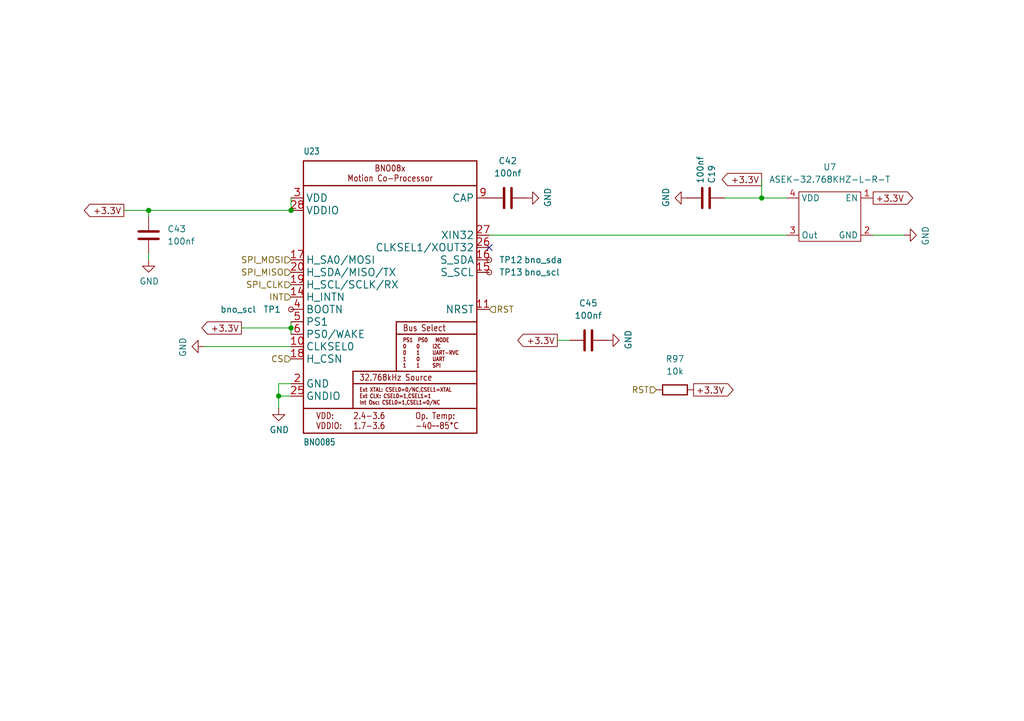
<source format=kicad_sch>
(kicad_sch (version 20250114) (generator "eeschema") (generator_version "9.0")
  (paper "A5")
  (lib_symbols
    (symbol "CM5IO-eagle-import:BNO080"
      (property "Reference" "U23" (at -17.78 29.21 0))
      (property "Value" "BNO085" (at -17.78 -30.48 0))
      (symbol "BNO080_1_0"
        (polyline (pts (xy -17.78 27.94) (xy 17.78 27.94)) (stroke (width 0.254)))
        (polyline (pts (xy -17.78 22.86) (xy -17.78 27.94)) (stroke (width 0.254)))
        (polyline (pts (xy -17.78 22.86) (xy 17.78 22.86)) (stroke (width 0.254)))
        (polyline (pts (xy -17.78 -22.86) (xy -17.78 22.86)) (stroke (width 0.254)))
        (polyline (pts (xy -17.78 -22.86) (xy -17.78 -27.94)) (stroke (width 0.254)))
        (polyline (pts (xy -17.78 -27.94) (xy 17.78 -27.94)) (stroke (width 0.254)))
        (polyline (pts (xy -7.62 -15.24) (xy 1.27 -15.24)) (stroke (width 0.254)))
        (polyline (pts (xy -7.62 -17.78) (xy -7.62 -15.24)) (stroke (width 0.254)))
        (polyline (pts (xy -7.62 -17.78) (xy 17.78 -17.78)) (stroke (width 0.254)))
        (polyline (pts (xy -7.62 -22.86) (xy -17.78 -22.86)) (stroke (width 0.254)))
        (polyline (pts (xy -7.62 -22.86) (xy -7.62 -17.78)) (stroke (width 0.254)))
        (polyline (pts (xy 1.27 -5.08) (xy 1.27 -7.62)) (stroke (width 0.254)))
        (polyline (pts (xy 1.27 -7.62) (xy 1.27 -15.24)) (stroke (width 0.254)))
        (polyline (pts (xy 1.27 -7.62) (xy 17.78 -7.62)) (stroke (width 0.254)))
        (polyline (pts (xy 1.27 -15.24) (xy 17.78 -15.24)) (stroke (width 0.254)))
        (polyline (pts (xy 17.78 27.94) (xy 17.78 22.86)) (stroke (width 0.254)))
        (polyline (pts (xy 17.78 22.86) (xy 17.78 -5.08)) (stroke (width 0.254)))
        (polyline (pts (xy 17.78 -5.08) (xy 1.27 -5.08)) (stroke (width 0.254)))
        (polyline (pts (xy 17.78 -5.08) (xy 17.78 -7.62)) (stroke (width 0.254)))
        (polyline (pts (xy 17.78 -7.62) (xy 17.78 -15.24)) (stroke (width 0.254)))
        (polyline (pts (xy 17.78 -15.24) (xy 17.78 -17.78)) (stroke (width 0.254)))
        (polyline (pts (xy 17.78 -17.78) (xy 17.78 -22.86)) (stroke (width 0.254)))
        (polyline (pts (xy 17.78 -22.86) (xy -7.62 -22.86)) (stroke (width 0.254)))
        (polyline (pts (xy 17.78 -27.94) (xy 17.78 -22.86)) (stroke (width 0.254)))
        (text "VDD:\nVDDIO:" (at -15.24 -25.4 0) (effects (font (size 1.27 1.0795)) (justify left)))
        (text "2.4-3.6\n1.7-3.6" (at -7.62 -25.4 0) (effects (font (size 1.27 1.0795)) (justify left)))
        (text "32.768kHz Source" (at -6.35 -16.51 0) (effects (font (size 1.27 1.0795)) (justify left)))
        (text "Ext XTAL: CSEL0=0/NC,CSEL1=XTAL\nExt CLK: CSEL0=1,CSEL1=1\nInt Osc: CSEL0=1,CSEL1=0/NC" (at -6.35 -20.32 0) (effects (font (size 0.8128 0.6908)) (justify left)))
        (text "Bus Select" (at 2.54 -6.35 0) (effects (font (size 1.27 1.0795)) (justify left)))
        (text "PS1  PS0   MODE\n0    0     I2C\n0    1     UART-RVC\n1    0     UART\n1    1     SPI" (at 2.54 -11.43 0) (effects (font (size 0.8128 0.6908)) (justify left)))
        (text "Op. Temp:\n-40~~85°C" (at 5.08 -25.4 0) (effects (font (size 1.27 1.0795)) (justify left)))
        (pin power_in line (at -20.32 20.32 0) (length 2.54) (name "VDD") (number "3"))
        (pin power_in line (at -20.32 17.78 0) (length 2.54) (name "VDDIO") (number "28"))
        (pin output line (at -20.32 7.62 0) (length 2.54) (name "H_SA0/MOSI") (number "17"))
        (pin bidirectional line (at -20.32 5.08 0) (length 2.54) (name "H_SDA/MISO/TX") (number "20"))
        (pin bidirectional line (at -20.32 2.54 0) (length 2.54) (name "H_SCL/SCLK/RX") (number "19"))
        (pin output line (at -20.32 0 0) (length 2.54) (name "H_INTN") (number "14"))
        (pin input line (at -20.32 -2.54 0) (length 2.54) (name "BOOTN") (number "4"))
        (pin input line (at -20.32 -5.08 0) (length 2.54) (name "PS1") (number "5"))
        (pin input line (at -20.32 -7.62 0) (length 2.54) (name "PS0/WAKE") (number "6"))
        (pin input line (at -20.32 -10.16 0) (length 2.54) (name "CLKSEL0") (number "10"))
        (pin input line (at -20.32 -12.7 0) (length 2.54) (name "H_CSN") (number "18"))
        (pin power_in line (at -20.32 -17.78 0) (length 2.54) (name "GND") (number "2"))
        (pin power_in line (at -20.32 -20.32 0) (length 2.54) (name "GNDIO") (number "25"))
        (pin passive line (at 20.32 20.32 180) (length 2.54) (name "CAP") (number "9"))
        (pin input line (at 20.32 12.7 180) (length 2.54) (name "XIN32") (number "27"))
        (pin output line (at 20.32 10.16 180) (length 2.54) (name "CLKSEL1/XOUT32") (number "26"))
        (pin bidirectional line (at 20.32 7.62 180) (length 2.54) (name "S_SDA") (number "16"))
        (pin bidirectional line (at 20.32 5.08 180) (length 2.54) (name "S_SCL") (number "15"))
        (pin input line (at 20.32 -2.54 180) (length 2.54) (name "NRST") (number "11"))
      )
      (symbol "BNO080_1_1"
        (text "BNO08x\nMotion Co-Processor" (at 0 25.4 0) (effects (font (size 1.27 1.0795))))
      )
    )
    (symbol "CM5IO:ASEK-32.768KHZ-L-R-T"
      (property "Reference" "U" (at -5.08 6.35 0))
      (property "Value" "ASEK-32.768KHZ-L-R-T" (at 0 -6.35 0))
      (symbol "ASEK-32.768KHZ-L-R-T_0_1"
        (rectangle (start -6.35 5.08) (end 6.35 -5.08))
      )
      (symbol "ASEK-32.768KHZ-L-R-T_1_1"
        (pin input line (at -8.89 3.81 0) (length 2.54) (name "EN") (number "1"))
        (pin power_in line (at -8.89 -3.81 0) (length 2.54) (name "GND") (number "2"))
        (pin power_in line (at 8.89 3.81 180) (length 2.54) (name "VDD") (number "4"))
        (pin output line (at 8.89 -3.81 180) (length 2.54) (name "Out") (number "3"))
      )
    )
    (symbol "Connector:TestPoint_Small" (pin_numbers (hide yes)) (pin_names (offset 0.762) (hide yes))
      (property "Reference" "TP" (at 0 3.81 0))
      (property "Value" "TestPoint_Small" (at 0 2.032 0))
      (symbol "TestPoint_Small_0_1"
        (circle (center 0 0) (radius 0.508))
      )
      (symbol "TestPoint_Small_1_1"
        (pin passive line (at 0 0 90) (length 0) (name "1") (number "1"))
      )
    )
    (symbol "Device:C" (pin_numbers (hide yes)) (pin_names (offset 0.254))
      (property "Reference" "C" (at 0.635 2.54 0))
      (property "Value" "C" (at 0.635 -2.54 0))
      (symbol "C_0_1"
        (polyline (pts (xy -2.032 0.762) (xy 2.032 0.762)) (stroke (width 0.508)))
        (polyline (pts (xy -2.032 -0.762) (xy 2.032 -0.762)) (stroke (width 0.508)))
      )
      (symbol "C_1_1"
        (pin passive line (at 0 3.81 270) (length 2.794) (name "~") (number "1"))
        (pin passive line (at 0 -3.81 90) (length 2.794) (name "~") (number "2"))
      )
    )
    (symbol "Device:R" (pin_numbers (hide yes)) (pin_names (offset 0))
      (property "Reference" "R" (at 2.032 0 90))
      (property "Value" "R" (at 0 0 90))
      (symbol "R_0_1"
        (rectangle (start -1.016 -2.54) (end 1.016 2.54) (stroke (width 0.254)))
      )
      (symbol "R_1_1"
        (pin passive line (at 0 3.81 270) (length 1.27) (name "~") (number "1"))
        (pin passive line (at 0 -3.81 90) (length 1.27) (name "~") (number "2"))
      )
    )
    (symbol "power:GND" (power) (pin_numbers (hide yes)) (pin_names (offset 0) (hide yes))
      (property "Value" "GND" (at 0 -3.81 0))
      (symbol "GND_0_1"
        (polyline (pts (xy 0 0) (xy 0 -1.27) (xy 1.27 -1.27) (xy 0 -2.54) (xy -1.27 -1.27) (xy 0 -1.27)))
      )
      (symbol "GND_1_1"
        (pin power_in line (at 0 0 270) (length 0) (name "~") (number "1"))
      )
    )
  )
  (junction (at 59.69 43.18))
  (junction (at 156.21 40.64))
  (junction (at 30.48 43.18))
  (junction (at 57.15 81.28))
  (junction (at 59.69 67.31))
  (no_connect (at 100.33 50.8))
  (wire (pts (xy 100.33 48.26) (xy 161.29 48.26)))
  (wire (pts (xy 25.4 43.18) (xy 30.48 43.18)) (stroke (width 0.1524)))
  (wire (pts (xy 41.91 71.12) (xy 59.69 71.12)))
  (wire (pts (xy 148.59 40.64) (xy 156.21 40.64)))
  (wire (pts (xy 59.69 67.31) (xy 59.69 68.58)))
  (wire (pts (xy 30.48 44.45) (xy 30.48 43.18)) (stroke (width 0.1524)))
  (wire (pts (xy 57.15 81.28) (xy 57.15 83.82)) (stroke (width 0.1524)))
  (wire (pts (xy 185.42 48.26) (xy 179.07 48.26)))
  (wire (pts (xy 114.3 69.85) (xy 116.84 69.85)))
  (wire (pts (xy 59.69 78.74) (xy 57.15 78.74)) (stroke (width 0.1524)))
  (wire (pts (xy 59.69 66.04) (xy 59.69 67.31)))
  (wire (pts (xy 30.48 52.07) (xy 30.48 53.34)))
  (wire (pts (xy 156.21 40.64) (xy 156.21 36.83)))
  (wire (pts (xy 156.21 40.64) (xy 161.29 40.64)))
  (wire (pts (xy 59.69 40.64) (xy 59.69 43.18)) (stroke (width 0.1524)))
  (wire (pts (xy 49.53 67.31) (xy 59.69 67.31)))
  (wire (pts (xy 59.69 81.28) (xy 57.15 81.28)) (stroke (width 0.1524)))
  (wire (pts (xy 30.48 43.18) (xy 59.69 43.18)) (stroke (width 0.1524)))
  (wire (pts (xy 57.15 78.74) (xy 57.15 81.28)) (stroke (width 0.1524)))
  (global_label "+3.3V" (shape output) (at 25.4 43.18 180) (property "Intersheetrefs" "${INTERSHEET_REFS}" (effects (hide yes))))
  (global_label "+3.3V" (shape output) (at 49.53 67.31 180) (property "Intersheetrefs" "${INTERSHEET_REFS}" (effects (hide yes))))
  (global_label "+3.3V" (shape output) (at 179.07 40.64 0) (property "Intersheetrefs" "${INTERSHEET_REFS}" (effects (hide yes))))
  (global_label "+3.3V" (shape output) (at 156.21 36.83 180) (property "Intersheetrefs" "${INTERSHEET_REFS}" (effects (hide yes))))
  (global_label "+3.3V" (shape output) (at 114.3 69.85 180) (property "Intersheetrefs" "${INTERSHEET_REFS}" (effects (hide yes))))
  (global_label "+3.3V" (shape output) (at 142.24 80.01 0) (property "Intersheetrefs" "${INTERSHEET_REFS}" (effects (hide yes))))
  (hierarchical_label "SPI_MISO" (shape input) (at 59.69 55.88 180))
  (hierarchical_label "SPI_CLK" (shape input) (at 59.69 58.42 180))
  (hierarchical_label "INT" (shape input) (at 59.69 60.96 180))
  (hierarchical_label "SPI_MOSI" (shape input) (at 59.69 53.34 180))
  (hierarchical_label "RST" (shape input) (at 134.62 80.01 180))
  (hierarchical_label "RST" (shape input) (at 100.33 63.5 0))
  (hierarchical_label "CS" (shape input) (at 59.69 73.66 180))
  (symbol (lib_id "Device:C") (at 30.48 48.26 0) (unit 1)
    (property "Reference" "C43" (at 34.29 46.9899 0) (effects (justify left)))
    (property "Value" "100nf" (at 34.29 49.5299 0) (effects (justify left)))
    (property "Footprint" "Capacitor_SMD:C_0805_2012Metric" (effects (hide yes)))
    (property "Description" "Unpolarized capacitor" (effects (hide yes)))
    (property "Cikkszám" "100.011.22" (effects (hide yes)))
    (property "Link" "https://www.hestore.hu/prod_10001122.html" (effects (hide yes)))
  )
  (symbol (lib_id "Device:C") (at 144.78 40.64 270) (mirror x) (unit 1)
    (property "Reference" "C19" (at 145.9484 37.719 0) (effects (justify left)))
    (property "Value" "100nf" (at 143.637 37.719 0) (effects (justify left)))
    (property "Footprint" "Capacitor_SMD:C_0805_2012Metric" (effects (hide yes)))
    (property "Datasheet" "https://search.murata.co.jp/Ceramy/image/img/A01X/G101/ENG/GRM155R71C104KA88-01.pdf" (effects (hide yes)))
    (property "Cikkszám" "100.011.22" (effects (hide yes)))
    (property "Link" "https://www.hestore.hu/prod_10001122.html" (effects (hide yes)))
  )
  (symbol (lib_id "CM5IO:ASEK-32.768KHZ-L-R-T") (at 170.18 44.45 0) (mirror y) (unit 1)
    (property "Reference" "U7" (at 170.18 34.29 0))
    (property "Value" "ASEK-32.768KHZ-L-R-T" (at 170.18 36.83 0))
    (property "Footprint" "Crystal:Crystal_SMD_3225-4Pin_3.2x2.5mm" (effects (hide yes)))
    (property "Datasheet" "https://abracon.com/Oscillators/ASEK.pdf" (effects (hide yes)))
    (property "Cikkszám" "100.491.02" (effects (hide yes)))
    (property "Link" "https://www.hestore.hu/prod_10049102.html" (effects (hide yes)))
  )
  (symbol (lib_id "power:GND") (at 30.48 53.34 0) (unit 1)
    (property "Reference" "#PWR0125" (effects (hide yes)))
    (property "Value" "GND" (at 30.607 57.7342 0))
    (property "Description" "Power symbol creates a global label with name \"GND\" , ground" (effects (hide yes)))
  )
  (symbol (lib_id "power:GND") (at 57.15 83.82 0) (unit 1)
    (property "Reference" "#PWR0129" (effects (hide yes)))
    (property "Value" "GND" (at 57.277 88.2142 0))
    (property "Description" "Power symbol creates a global label with name \"GND\" , ground" (effects (hide yes)))
  )
  (symbol (lib_id "power:GND") (at 107.95 40.64 90) (unit 1)
    (property "Reference" "#PWR0124" (effects (hide yes)))
    (property "Value" "GND" (at 112.3442 40.513 0))
    (property "Description" "Power symbol creates a global label with name \"GND\" , ground" (effects (hide yes)))
  )
  (symbol (lib_id "Connector:TestPoint_Small") (at 100.33 53.34 0) (unit 1) (in_bom no)
    (property "Reference" "TP12" (at 102.362 53.34 0) (effects (justify left)))
    (property "Value" "bno_sda" (at 107.442 53.34 0) (effects (justify left)))
    (property "Footprint" "TestPoint:TestPoint_Pad_D1.5mm" (effects (hide yes)))
    (property "Description" "test point" (effects (hide yes)))
    (property "Cikkszám" "-" (effects (hide yes)))
    (property "Link" "-" (effects (hide yes)))
  )
  (symbol (lib_id "power:GND") (at 124.46 69.85 90) (unit 1)
    (property "Reference" "#PWR0127" (effects (hide yes)))
    (property "Value" "GND" (at 128.8542 69.723 0))
    (property "Description" "Power symbol creates a global label with name \"GND\" , ground" (effects (hide yes)))
  )
  (symbol (lib_id "Device:C") (at 104.14 40.64 90) (unit 1)
    (property "Reference" "C42" (at 104.14 33.02 90))
    (property "Value" "100nf" (at 104.14 35.56 90))
    (property "Footprint" "Capacitor_SMD:C_0805_2012Metric" (effects (hide yes)))
    (property "Description" "Unpolarized capacitor" (effects (hide yes)))
    (property "Cikkszám" "100.011.22" (effects (hide yes)))
    (property "Link" "https://www.hestore.hu/prod_10001122.html" (effects (hide yes)))
  )
  (symbol (lib_id "Device:R") (at 138.43 80.01 90) (unit 1)
    (property "Reference" "R97" (at 138.43 73.66 90))
    (property "Value" "10k" (at 138.43 76.2 90))
    (property "Footprint" "Resistor_SMD:R_0805_2012Metric" (effects (hide yes)))
    (property "Description" "Resistor" (effects (hide yes)))
    (property "Cikkszám" "100.011.81" (effects (hide yes)))
    (property "Link" "https://www.hestore.hu/prod_10001181.html" (effects (hide yes)))
  )
  (symbol (lib_id "Connector:TestPoint_Small") (at 100.33 55.88 0) (unit 1) (in_bom no)
    (property "Reference" "TP13" (at 102.362 55.88 0) (effects (justify left)))
    (property "Value" "bno_scl" (at 107.442 55.88 0) (effects (justify left)))
    (property "Footprint" "TestPoint:TestPoint_Pad_D1.5mm" (effects (hide yes)))
    (property "Description" "test point" (effects (hide yes)))
    (property "Cikkszám" "-" (effects (hide yes)))
    (property "Link" "-" (effects (hide yes)))
  )
  (symbol (lib_id "Connector:TestPoint_Small") (at 59.69 63.5 180) (unit 1) (in_bom no)
    (property "Reference" "TP1" (at 57.658 63.5 0) (effects (justify left)))
    (property "Value" "bno_scl" (at 52.578 63.5 0) (effects (justify left)))
    (property "Footprint" "TestPoint:TestPoint_Pad_D1.5mm" (effects (hide yes)))
    (property "Description" "test point" (effects (hide yes)))
    (property "Cikkszám" "-" (effects (hide yes)))
    (property "Link" "-" (effects (hide yes)))
  )
  (symbol (lib_id "power:GND") (at 140.97 40.64 270) (mirror x) (unit 1)
    (property "Reference" "#PWR050" (effects (hide yes)))
    (property "Value" "GND" (at 136.5758 40.513 0))
    (property "Description" "Power symbol creates a global label with name \"GND\" , ground" (effects (hide yes)))
  )
  (symbol (lib_id "power:GND") (at 41.91 71.12 270) (unit 1)
    (property "Reference" "#PWR0128" (effects (hide yes)))
    (property "Value" "GND" (at 37.5158 71.247 0))
    (property "Description" "Power symbol creates a global label with name \"GND\" , ground" (effects (hide yes)))
  )
  (symbol (lib_id "power:GND") (at 185.42 48.26 90) (mirror x) (unit 1)
    (property "Reference" "#PWR051" (effects (hide yes)))
    (property "Value" "GND" (at 189.8142 48.387 0))
    (property "Description" "Power symbol creates a global label with name \"GND\" , ground" (effects (hide yes)))
  )
  (symbol (lib_id "CM5IO-eagle-import:BNO080") (at 80.01 60.96 0) (unit 1)
    (property "Reference" "U23" (at 62.23 31.75 0) (effects (font (size 1.27 1.0795)) (justify left bottom)))
    (property "Value" "BNO085" (at 62.23 91.44 0) (effects (font (size 1.27 1.0795)) (justify left bottom)))
    (property "Footprint" "Package_LGA:LGA-28_5.2x3.8mm_P0.5mm" (effects (hide yes)))
    (property "Cikkszám" "100.490.92" (effects (hide yes)))
    (property "Link" "https://www.hestore.hu/prod_10049092.html" (effects (hide yes)))
  )
  (symbol (lib_id "Device:C") (at 120.65 69.85 90) (unit 1)
    (property "Reference" "C45" (at 120.65 62.23 90))
    (property "Value" "100nf" (at 120.65 64.77 90))
    (property "Footprint" "Capacitor_SMD:C_0805_2012Metric" (effects (hide yes)))
    (property "Description" "Unpolarized capacitor" (effects (hide yes)))
    (property "Cikkszám" "100.011.22" (effects (hide yes)))
    (property "Link" "https://www.hestore.hu/prod_10001122.html" (effects (hide yes)))
  )
)
</source>
